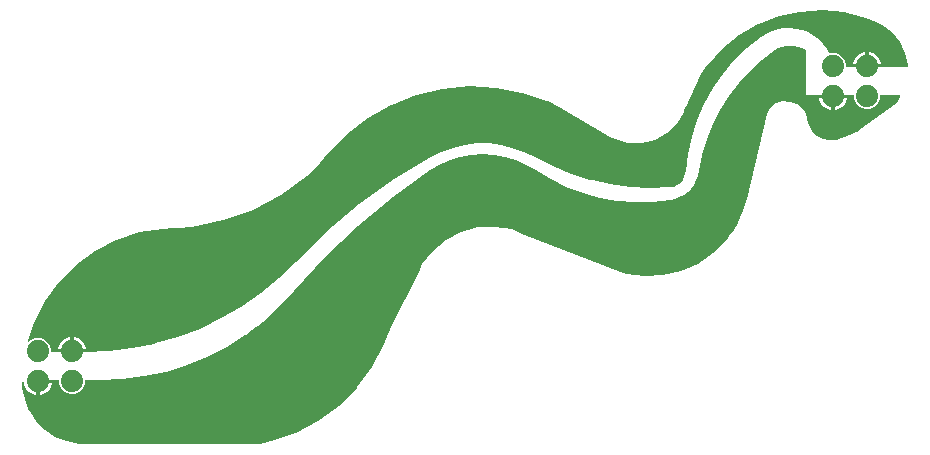
<source format=gbl>
G04 EAGLE Gerber X2 export*
G75*
%MOMM*%
%FSLAX34Y34*%
%LPD*%
%AMOC8*
5,1,8,0,0,1.08239X$1,22.5*%
G01*
%ADD10C,1.879600*%

G36*
X211395Y10161D02*
X211395Y10161D01*
X211397Y10161D01*
X211564Y10180D01*
X221249Y12411D01*
X221276Y12422D01*
X221331Y12434D01*
X241701Y19606D01*
X241729Y19622D01*
X241805Y19652D01*
X260878Y29780D01*
X260904Y29800D01*
X260974Y29840D01*
X278325Y42698D01*
X278348Y42721D01*
X278411Y42772D01*
X293651Y58072D01*
X293671Y58099D01*
X293725Y58158D01*
X306515Y75558D01*
X306530Y75588D01*
X306576Y75655D01*
X316630Y94767D01*
X316639Y94795D01*
X316665Y94845D01*
X320120Y103698D01*
X320127Y103730D01*
X320141Y103759D01*
X320170Y103925D01*
X320194Y104284D01*
X320789Y105490D01*
X320798Y105519D01*
X320825Y105577D01*
X321267Y106846D01*
X321628Y107252D01*
X321638Y107268D01*
X321652Y107280D01*
X321742Y107422D01*
X346706Y158007D01*
X346707Y158007D01*
X348961Y162575D01*
X357997Y173958D01*
X369230Y183179D01*
X382155Y189823D01*
X396191Y193592D01*
X410706Y194316D01*
X425047Y191962D01*
X431808Y189299D01*
X433829Y188503D01*
X433830Y188503D01*
X514701Y156652D01*
X514727Y156647D01*
X514773Y156628D01*
X522059Y154567D01*
X522091Y154563D01*
X522162Y154545D01*
X537457Y152429D01*
X537486Y152430D01*
X537597Y152423D01*
X553022Y153145D01*
X553050Y153151D01*
X553160Y153165D01*
X568191Y156701D01*
X568218Y156712D01*
X568324Y156745D01*
X582453Y162976D01*
X582477Y162992D01*
X582575Y163044D01*
X595323Y171758D01*
X595344Y171778D01*
X595431Y171848D01*
X606366Y182750D01*
X606383Y182773D01*
X606456Y182858D01*
X607806Y184820D01*
X608853Y186343D01*
X609901Y187865D01*
X610948Y189388D01*
X611996Y190910D01*
X612519Y191671D01*
X612520Y191672D01*
X613567Y193194D01*
X614614Y194716D01*
X614614Y194717D01*
X615208Y195579D01*
X615220Y195605D01*
X615276Y195701D01*
X621549Y209811D01*
X621558Y209842D01*
X621585Y209910D01*
X623722Y217337D01*
X623724Y217351D01*
X623731Y217371D01*
X640906Y289400D01*
X640908Y289428D01*
X640926Y289540D01*
X640973Y290538D01*
X641353Y291345D01*
X641358Y291361D01*
X641405Y291493D01*
X641612Y292360D01*
X642198Y293169D01*
X642211Y293194D01*
X642270Y293291D01*
X642696Y294195D01*
X643355Y294795D01*
X643366Y294808D01*
X643460Y294912D01*
X643983Y295634D01*
X644834Y296157D01*
X644855Y296176D01*
X644947Y296242D01*
X646935Y298050D01*
X653914Y300567D01*
X661325Y300229D01*
X668045Y297086D01*
X673055Y291615D01*
X673843Y289457D01*
X673849Y289444D01*
X673853Y289431D01*
X673932Y289283D01*
X674280Y288782D01*
X674552Y287533D01*
X674564Y287503D01*
X674581Y287433D01*
X675019Y286232D01*
X674993Y285623D01*
X674994Y285609D01*
X674992Y285595D01*
X675009Y285428D01*
X675062Y285184D01*
X675524Y283061D01*
X675532Y283042D01*
X675538Y283008D01*
X676313Y280376D01*
X676315Y280371D01*
X676376Y280224D01*
X679017Y275431D01*
X679033Y275410D01*
X679044Y275386D01*
X679150Y275255D01*
X683049Y271416D01*
X683071Y271401D01*
X683088Y271381D01*
X683226Y271286D01*
X688060Y268720D01*
X688085Y268711D01*
X688107Y268697D01*
X688267Y268646D01*
X693631Y267566D01*
X693658Y267565D01*
X693683Y267558D01*
X693851Y267554D01*
X699301Y268052D01*
X699306Y268053D01*
X699462Y268084D01*
X702076Y268916D01*
X702095Y268925D01*
X702128Y268935D01*
X702909Y269247D01*
X704145Y269742D01*
X704146Y269742D01*
X718885Y275638D01*
X718893Y275642D01*
X718901Y275644D01*
X719048Y275727D01*
X748637Y297031D01*
X748647Y297041D01*
X748659Y297047D01*
X748779Y297164D01*
X751594Y300566D01*
X751609Y300592D01*
X751671Y300679D01*
X753774Y304428D01*
X753805Y304513D01*
X753843Y304595D01*
X753847Y304628D01*
X753858Y304659D01*
X753861Y304750D01*
X753871Y304839D01*
X753864Y304872D01*
X753864Y304905D01*
X753838Y304991D01*
X753818Y305080D01*
X753801Y305108D01*
X753792Y305140D01*
X753739Y305213D01*
X753692Y305291D01*
X753667Y305312D01*
X753648Y305339D01*
X753574Y305392D01*
X753505Y305451D01*
X753475Y305463D01*
X753448Y305482D01*
X753361Y305509D01*
X753277Y305543D01*
X753235Y305547D01*
X753213Y305554D01*
X753181Y305553D01*
X753110Y305561D01*
X737362Y305561D01*
X737342Y305558D01*
X737323Y305560D01*
X737221Y305538D01*
X737119Y305522D01*
X737102Y305512D01*
X737082Y305508D01*
X736993Y305455D01*
X736902Y305406D01*
X736888Y305392D01*
X736871Y305382D01*
X736804Y305303D01*
X736732Y305228D01*
X736724Y305210D01*
X736711Y305195D01*
X736672Y305099D01*
X736629Y305005D01*
X736627Y304985D01*
X736619Y304967D01*
X736601Y304800D01*
X736601Y302627D01*
X734938Y298613D01*
X731865Y295540D01*
X727851Y293877D01*
X723505Y293877D01*
X719491Y295540D01*
X716418Y298613D01*
X714755Y302627D01*
X714755Y304800D01*
X714752Y304820D01*
X714754Y304839D01*
X714732Y304941D01*
X714716Y305043D01*
X714706Y305060D01*
X714702Y305080D01*
X714649Y305169D01*
X714600Y305260D01*
X714586Y305274D01*
X714576Y305291D01*
X714497Y305358D01*
X714422Y305430D01*
X714404Y305438D01*
X714389Y305451D01*
X714293Y305490D01*
X714199Y305533D01*
X714179Y305535D01*
X714161Y305543D01*
X713994Y305561D01*
X697484Y305561D01*
X697464Y305558D01*
X697445Y305560D01*
X697343Y305538D01*
X697241Y305522D01*
X697224Y305512D01*
X697204Y305508D01*
X697115Y305455D01*
X697024Y305406D01*
X697010Y305392D01*
X696993Y305382D01*
X696926Y305303D01*
X696855Y305228D01*
X696846Y305210D01*
X696833Y305195D01*
X696795Y305099D01*
X696751Y305005D01*
X696749Y304985D01*
X696741Y304967D01*
X696723Y304800D01*
X696723Y304799D01*
X696721Y304799D01*
X696721Y304800D01*
X696718Y304820D01*
X696720Y304839D01*
X696698Y304941D01*
X696681Y305043D01*
X696672Y305060D01*
X696668Y305080D01*
X696615Y305169D01*
X696566Y305260D01*
X696552Y305274D01*
X696542Y305291D01*
X696463Y305358D01*
X696388Y305430D01*
X696370Y305438D01*
X696355Y305451D01*
X696259Y305490D01*
X696165Y305533D01*
X696145Y305535D01*
X696127Y305543D01*
X695960Y305561D01*
X673861Y305561D01*
X673861Y342900D01*
X673851Y342965D01*
X673850Y343030D01*
X673831Y343085D01*
X673822Y343143D01*
X673791Y343201D01*
X673769Y343263D01*
X673734Y343309D01*
X673706Y343360D01*
X673659Y343405D01*
X673619Y343457D01*
X673552Y343507D01*
X673528Y343530D01*
X673510Y343538D01*
X673484Y343557D01*
X670572Y345260D01*
X670541Y345272D01*
X670468Y345311D01*
X667333Y346556D01*
X667300Y346563D01*
X667223Y346590D01*
X667115Y346615D01*
X663935Y347348D01*
X663903Y347351D01*
X663822Y347366D01*
X660458Y347621D01*
X660425Y347618D01*
X660343Y347621D01*
X656978Y347366D01*
X656946Y347358D01*
X656865Y347348D01*
X653577Y346590D01*
X653547Y346577D01*
X653467Y346556D01*
X650332Y345311D01*
X650303Y345294D01*
X650228Y345260D01*
X647316Y343557D01*
X647292Y343538D01*
X647239Y343506D01*
X636346Y335225D01*
X636329Y335207D01*
X636293Y335181D01*
X626194Y325949D01*
X626178Y325929D01*
X626145Y325900D01*
X616922Y315792D01*
X616908Y315772D01*
X616877Y315740D01*
X608606Y304839D01*
X608594Y304818D01*
X608567Y304783D01*
X601314Y293179D01*
X601305Y293156D01*
X601281Y293119D01*
X595107Y280907D01*
X595100Y280884D01*
X595079Y280845D01*
X590035Y268125D01*
X590030Y268101D01*
X590013Y268060D01*
X586140Y254936D01*
X586137Y254911D01*
X586124Y254869D01*
X583455Y241457D01*
X582531Y237356D01*
X581055Y233465D01*
X579048Y229821D01*
X576548Y226494D01*
X573606Y223552D01*
X570279Y221052D01*
X566635Y219045D01*
X562744Y217569D01*
X558676Y216652D01*
X543868Y215093D01*
X528970Y214908D01*
X514118Y216098D01*
X499440Y218655D01*
X485060Y222556D01*
X471102Y227767D01*
X457685Y234245D01*
X444893Y241952D01*
X444889Y241954D01*
X444885Y241957D01*
X436756Y246716D01*
X436728Y246726D01*
X436676Y246756D01*
X428045Y250527D01*
X428016Y250535D01*
X427961Y250558D01*
X418946Y253290D01*
X418917Y253294D01*
X418859Y253311D01*
X409587Y254965D01*
X409557Y254966D01*
X409498Y254976D01*
X400095Y255530D01*
X400065Y255527D01*
X400005Y255530D01*
X390602Y254976D01*
X390573Y254969D01*
X390513Y254965D01*
X381241Y253311D01*
X381213Y253301D01*
X381154Y253290D01*
X372139Y250558D01*
X372112Y250545D01*
X372055Y250527D01*
X363424Y246756D01*
X363399Y246740D01*
X363344Y246716D01*
X355215Y241957D01*
X355196Y241941D01*
X355156Y241918D01*
X324014Y219544D01*
X324000Y219530D01*
X323972Y219512D01*
X294449Y195041D01*
X294436Y195026D01*
X294410Y195006D01*
X266646Y168555D01*
X266634Y168539D01*
X266609Y168518D01*
X240742Y140218D01*
X227990Y126508D01*
X214126Y113973D01*
X212545Y112775D01*
X209532Y110491D01*
X207524Y108968D01*
X207523Y108968D01*
X204511Y106685D01*
X202502Y105162D01*
X199489Y102878D01*
X199231Y102682D01*
X183415Y92720D01*
X166799Y84161D01*
X149506Y77069D01*
X131664Y71498D01*
X113408Y67488D01*
X94874Y65070D01*
X76184Y64261D01*
X64262Y64261D01*
X64242Y64258D01*
X64223Y64260D01*
X64121Y64238D01*
X64019Y64222D01*
X64002Y64212D01*
X63982Y64208D01*
X63893Y64155D01*
X63802Y64106D01*
X63788Y64092D01*
X63771Y64082D01*
X63704Y64003D01*
X63632Y63928D01*
X63624Y63910D01*
X63611Y63895D01*
X63572Y63799D01*
X63529Y63705D01*
X63527Y63685D01*
X63519Y63667D01*
X63501Y63500D01*
X63501Y61327D01*
X61838Y57313D01*
X58765Y54240D01*
X54751Y52577D01*
X50405Y52577D01*
X46391Y54240D01*
X43318Y57313D01*
X41655Y61327D01*
X41655Y63500D01*
X41652Y63520D01*
X41654Y63539D01*
X41632Y63641D01*
X41616Y63743D01*
X41606Y63760D01*
X41602Y63780D01*
X41549Y63869D01*
X41500Y63960D01*
X41486Y63974D01*
X41476Y63991D01*
X41397Y64058D01*
X41322Y64130D01*
X41304Y64138D01*
X41289Y64151D01*
X41193Y64190D01*
X41099Y64233D01*
X41079Y64235D01*
X41061Y64243D01*
X40894Y64261D01*
X24384Y64261D01*
X24364Y64258D01*
X24345Y64260D01*
X24243Y64238D01*
X24141Y64222D01*
X24124Y64212D01*
X24104Y64208D01*
X24015Y64155D01*
X23924Y64106D01*
X23910Y64092D01*
X23893Y64082D01*
X23826Y64003D01*
X23755Y63928D01*
X23746Y63910D01*
X23733Y63895D01*
X23695Y63799D01*
X23651Y63705D01*
X23649Y63685D01*
X23641Y63667D01*
X23623Y63500D01*
X23623Y63499D01*
X22860Y63499D01*
X22840Y63496D01*
X22821Y63498D01*
X22719Y63476D01*
X22617Y63459D01*
X22600Y63450D01*
X22580Y63446D01*
X22491Y63393D01*
X22400Y63344D01*
X22386Y63330D01*
X22369Y63320D01*
X22302Y63241D01*
X22231Y63166D01*
X22222Y63148D01*
X22209Y63133D01*
X22170Y63037D01*
X22127Y62943D01*
X22125Y62923D01*
X22117Y62905D01*
X22099Y62738D01*
X22099Y51654D01*
X20826Y51855D01*
X19039Y52436D01*
X17365Y53289D01*
X15844Y54394D01*
X14516Y55722D01*
X13411Y57243D01*
X12558Y58917D01*
X11977Y60704D01*
X11738Y62216D01*
X11712Y62294D01*
X11695Y62374D01*
X11674Y62410D01*
X11661Y62449D01*
X11611Y62515D01*
X11569Y62586D01*
X11538Y62613D01*
X11513Y62646D01*
X11445Y62693D01*
X11383Y62746D01*
X11344Y62762D01*
X11310Y62785D01*
X11231Y62808D01*
X11155Y62839D01*
X11113Y62841D01*
X11074Y62853D01*
X10992Y62849D01*
X10909Y62854D01*
X10869Y62843D01*
X10828Y62841D01*
X10751Y62811D01*
X10672Y62790D01*
X10637Y62767D01*
X10599Y62752D01*
X10536Y62699D01*
X10467Y62654D01*
X10442Y62621D01*
X10410Y62594D01*
X10367Y62524D01*
X10317Y62459D01*
X10303Y62420D01*
X10281Y62385D01*
X10263Y62305D01*
X10236Y62227D01*
X10233Y62173D01*
X10226Y62145D01*
X10228Y62102D01*
X10226Y62059D01*
X10414Y58219D01*
X10421Y58187D01*
X10428Y58108D01*
X12435Y48018D01*
X12443Y47996D01*
X12478Y47875D01*
X16415Y38371D01*
X16428Y38350D01*
X16486Y38239D01*
X22201Y29685D01*
X22218Y29668D01*
X22296Y29570D01*
X29570Y22296D01*
X29589Y22282D01*
X29685Y22201D01*
X38239Y16486D01*
X38261Y16476D01*
X38371Y16415D01*
X47875Y12478D01*
X47898Y12473D01*
X48018Y12435D01*
X58108Y10428D01*
X58141Y10427D01*
X58219Y10414D01*
X63363Y10162D01*
X63377Y10163D01*
X63400Y10161D01*
X211393Y10161D01*
X211395Y10161D01*
G37*
G36*
X51836Y88142D02*
X51836Y88142D01*
X51855Y88140D01*
X51957Y88162D01*
X52059Y88179D01*
X52076Y88188D01*
X52096Y88192D01*
X52185Y88245D01*
X52276Y88294D01*
X52290Y88308D01*
X52307Y88318D01*
X52374Y88397D01*
X52445Y88472D01*
X52454Y88490D01*
X52467Y88505D01*
X52505Y88601D01*
X52549Y88695D01*
X52551Y88715D01*
X52559Y88733D01*
X52577Y88900D01*
X52577Y88901D01*
X52579Y88901D01*
X52579Y88900D01*
X52582Y88880D01*
X52580Y88861D01*
X52602Y88759D01*
X52619Y88657D01*
X52628Y88640D01*
X52632Y88620D01*
X52685Y88531D01*
X52734Y88440D01*
X52748Y88426D01*
X52758Y88409D01*
X52837Y88342D01*
X52912Y88271D01*
X52930Y88262D01*
X52945Y88249D01*
X53041Y88210D01*
X53135Y88167D01*
X53155Y88165D01*
X53173Y88157D01*
X53340Y88139D01*
X63500Y88139D01*
X63512Y88141D01*
X63531Y88139D01*
X83392Y88944D01*
X83414Y88949D01*
X83453Y88949D01*
X103184Y91357D01*
X103206Y91364D01*
X103245Y91367D01*
X122717Y95364D01*
X122738Y95372D01*
X122777Y95379D01*
X141861Y100938D01*
X141881Y100947D01*
X141919Y100957D01*
X160492Y108041D01*
X160511Y108053D01*
X160548Y108066D01*
X178487Y116629D01*
X178505Y116642D01*
X178541Y116658D01*
X195728Y126644D01*
X195745Y126658D01*
X195780Y126677D01*
X212103Y138021D01*
X212119Y138036D01*
X212152Y138058D01*
X227504Y150685D01*
X227518Y150702D01*
X227550Y150726D01*
X241830Y164553D01*
X241830Y164554D01*
X241831Y164555D01*
X267824Y189891D01*
X295606Y213207D01*
X325043Y234394D01*
X355967Y253332D01*
X365162Y257835D01*
X374803Y261262D01*
X384770Y263571D01*
X394934Y264734D01*
X405166Y264734D01*
X415330Y263571D01*
X425297Y261262D01*
X434938Y257835D01*
X444161Y253319D01*
X459277Y245633D01*
X459300Y245626D01*
X459336Y245606D01*
X475049Y239212D01*
X475072Y239207D01*
X475109Y239191D01*
X491303Y234136D01*
X491326Y234132D01*
X491365Y234119D01*
X493900Y233556D01*
X497325Y232795D01*
X500751Y232033D01*
X504177Y231272D01*
X507602Y230511D01*
X507926Y230439D01*
X507949Y230438D01*
X507989Y230428D01*
X524799Y228148D01*
X524823Y228149D01*
X524863Y228143D01*
X541806Y227280D01*
X541829Y227282D01*
X541870Y227279D01*
X558825Y227839D01*
X558856Y227845D01*
X558924Y227849D01*
X561334Y228247D01*
X561363Y228257D01*
X561465Y228281D01*
X563766Y229099D01*
X563793Y229113D01*
X563889Y229155D01*
X566010Y230366D01*
X566034Y230386D01*
X566121Y230443D01*
X567994Y232011D01*
X568014Y232034D01*
X568089Y232106D01*
X569657Y233979D01*
X569672Y234006D01*
X569734Y234090D01*
X570945Y236211D01*
X570956Y236240D01*
X571001Y236334D01*
X571819Y238635D01*
X571822Y238652D01*
X571826Y238661D01*
X571828Y238679D01*
X571853Y238766D01*
X572251Y241176D01*
X572251Y241188D01*
X572256Y241207D01*
X574089Y256042D01*
X577329Y270597D01*
X581949Y284775D01*
X587908Y298445D01*
X595149Y311479D01*
X603608Y323760D01*
X613204Y335173D01*
X623851Y345614D01*
X635444Y354980D01*
X639959Y357837D01*
X644810Y360056D01*
X649916Y361604D01*
X655184Y362450D01*
X660517Y362579D01*
X665819Y361990D01*
X670994Y360693D01*
X675948Y358712D01*
X680590Y356082D01*
X684836Y352852D01*
X688608Y349080D01*
X691839Y344834D01*
X693726Y341505D01*
X693787Y341429D01*
X693843Y341349D01*
X693864Y341334D01*
X693880Y341313D01*
X693962Y341261D01*
X694040Y341203D01*
X694065Y341195D01*
X694088Y341181D01*
X694182Y341157D01*
X694230Y341142D01*
X694231Y341141D01*
X694274Y341127D01*
X694301Y341128D01*
X694326Y341121D01*
X694375Y341125D01*
X694398Y341123D01*
X698895Y341123D01*
X702909Y339460D01*
X705982Y336387D01*
X707645Y332373D01*
X707645Y330200D01*
X707647Y330187D01*
X707646Y330177D01*
X707647Y330171D01*
X707646Y330161D01*
X707668Y330059D01*
X707684Y329957D01*
X707694Y329940D01*
X707698Y329920D01*
X707751Y329831D01*
X707800Y329740D01*
X707814Y329726D01*
X707824Y329709D01*
X707903Y329642D01*
X707978Y329571D01*
X707996Y329562D01*
X708011Y329549D01*
X708107Y329510D01*
X708201Y329467D01*
X708221Y329465D01*
X708239Y329457D01*
X708406Y329439D01*
X724916Y329439D01*
X724936Y329442D01*
X724955Y329440D01*
X725057Y329462D01*
X725159Y329479D01*
X725176Y329488D01*
X725196Y329492D01*
X725285Y329545D01*
X725376Y329594D01*
X725390Y329608D01*
X725407Y329618D01*
X725474Y329697D01*
X725545Y329772D01*
X725554Y329790D01*
X725567Y329805D01*
X725605Y329901D01*
X725649Y329995D01*
X725651Y330015D01*
X725659Y330033D01*
X725677Y330200D01*
X725677Y330201D01*
X725679Y330201D01*
X725679Y330200D01*
X725681Y330187D01*
X725680Y330177D01*
X725681Y330171D01*
X725680Y330161D01*
X725702Y330059D01*
X725719Y329957D01*
X725728Y329940D01*
X725732Y329920D01*
X725785Y329831D01*
X725834Y329740D01*
X725848Y329726D01*
X725858Y329709D01*
X725937Y329642D01*
X726012Y329571D01*
X726030Y329562D01*
X726045Y329549D01*
X726141Y329510D01*
X726235Y329467D01*
X726255Y329465D01*
X726273Y329457D01*
X726440Y329439D01*
X759238Y329439D01*
X759246Y329440D01*
X759254Y329439D01*
X759367Y329460D01*
X759481Y329479D01*
X759488Y329482D01*
X759496Y329484D01*
X759597Y329540D01*
X759698Y329594D01*
X759704Y329599D01*
X759711Y329603D01*
X759789Y329689D01*
X759868Y329772D01*
X759871Y329779D01*
X759876Y329785D01*
X759923Y329890D01*
X759971Y329995D01*
X759972Y330003D01*
X759975Y330010D01*
X759999Y330176D01*
X760015Y330682D01*
X760014Y330689D01*
X760015Y330697D01*
X759999Y330864D01*
X757831Y341097D01*
X757829Y341103D01*
X757828Y341111D01*
X757773Y341269D01*
X753235Y350693D01*
X753231Y350700D01*
X753229Y350706D01*
X753137Y350847D01*
X746489Y358923D01*
X746484Y358928D01*
X746480Y358934D01*
X746358Y359049D01*
X737981Y365313D01*
X737954Y365327D01*
X737864Y365385D01*
X733177Y367720D01*
X733161Y367725D01*
X733138Y367738D01*
X733113Y367749D01*
X733111Y367749D01*
X733109Y367750D01*
X733085Y367760D01*
X733075Y367763D01*
X733061Y367770D01*
X724420Y371101D01*
X724391Y371107D01*
X724336Y371127D01*
X706406Y375735D01*
X706373Y375738D01*
X706290Y375755D01*
X687863Y377537D01*
X687830Y377535D01*
X687745Y377539D01*
X669265Y376452D01*
X669233Y376445D01*
X669148Y376436D01*
X651057Y372507D01*
X651027Y372495D01*
X650944Y372473D01*
X633678Y365795D01*
X633650Y365778D01*
X633572Y365744D01*
X617545Y356479D01*
X617520Y356458D01*
X617448Y356412D01*
X603045Y344781D01*
X603023Y344757D01*
X602959Y344700D01*
X590527Y330984D01*
X590511Y330959D01*
X590471Y330915D01*
X585409Y323824D01*
X585397Y323799D01*
X585391Y323793D01*
X585384Y323778D01*
X585343Y323713D01*
X571891Y295924D01*
X571881Y295893D01*
X571846Y295810D01*
X570450Y291128D01*
X564434Y281287D01*
X556100Y273314D01*
X546002Y267740D01*
X534814Y264936D01*
X523281Y265090D01*
X512171Y268191D01*
X508339Y270441D01*
X465162Y295799D01*
X465138Y295808D01*
X465096Y295834D01*
X455058Y300463D01*
X455032Y300470D01*
X454984Y300493D01*
X433636Y307743D01*
X433604Y307749D01*
X433533Y307770D01*
X411384Y311979D01*
X411351Y311980D01*
X411278Y311992D01*
X388759Y313077D01*
X388726Y313074D01*
X388652Y313075D01*
X366201Y311016D01*
X366169Y311008D01*
X366096Y310999D01*
X344149Y305835D01*
X344119Y305822D01*
X344115Y305821D01*
X344086Y305817D01*
X344074Y305810D01*
X344048Y305803D01*
X323033Y297635D01*
X323006Y297619D01*
X322937Y297590D01*
X303264Y286577D01*
X303239Y286557D01*
X303175Y286519D01*
X285227Y272875D01*
X285213Y272860D01*
X285196Y272850D01*
X285180Y272832D01*
X285147Y272805D01*
X269271Y256796D01*
X269255Y256773D01*
X269218Y256736D01*
X262847Y248800D01*
X262838Y248785D01*
X262826Y248773D01*
X262743Y248628D01*
X262508Y248089D01*
X261691Y247302D01*
X261672Y247275D01*
X261610Y247209D01*
X260931Y246300D01*
X260282Y245914D01*
X260279Y245912D01*
X260275Y245910D01*
X260142Y245808D01*
X251339Y237317D01*
X229489Y221465D01*
X205647Y208807D01*
X180275Y199591D01*
X153867Y193996D01*
X142184Y193187D01*
X142145Y193178D01*
X142106Y193177D01*
X141945Y193131D01*
X141728Y193041D01*
X140081Y193040D01*
X140062Y193036D01*
X140029Y193038D01*
X138386Y192924D01*
X138350Y192936D01*
X138296Y192945D01*
X138245Y192963D01*
X138137Y192971D01*
X138107Y192975D01*
X138096Y192974D01*
X138078Y192975D01*
X129570Y192635D01*
X129541Y192629D01*
X129481Y192626D01*
X109517Y189452D01*
X109486Y189441D01*
X109401Y189424D01*
X90180Y183167D01*
X90150Y183152D01*
X90070Y183121D01*
X72063Y173935D01*
X72036Y173916D01*
X71961Y173873D01*
X55612Y161984D01*
X55589Y161961D01*
X55522Y161907D01*
X41233Y147608D01*
X41214Y147581D01*
X41156Y147517D01*
X29279Y131160D01*
X29264Y131130D01*
X29216Y131058D01*
X20043Y113045D01*
X20033Y113013D01*
X19998Y112934D01*
X15104Y97865D01*
X15094Y97798D01*
X15074Y97733D01*
X15076Y97677D01*
X15067Y97622D01*
X15079Y97555D01*
X15080Y97487D01*
X15100Y97435D01*
X15109Y97380D01*
X15142Y97320D01*
X15165Y97256D01*
X15200Y97213D01*
X15227Y97163D01*
X15276Y97117D01*
X15319Y97064D01*
X15366Y97034D01*
X15407Y96996D01*
X15469Y96968D01*
X15526Y96931D01*
X15580Y96918D01*
X15631Y96895D01*
X15698Y96888D01*
X15764Y96871D01*
X15820Y96876D01*
X15876Y96870D01*
X15942Y96885D01*
X16009Y96891D01*
X16061Y96912D01*
X16116Y96925D01*
X16173Y96960D01*
X16236Y96987D01*
X16297Y97036D01*
X16325Y97053D01*
X16339Y97069D01*
X16367Y97092D01*
X17435Y98160D01*
X21449Y99823D01*
X25795Y99823D01*
X29809Y98160D01*
X32882Y95087D01*
X34545Y91073D01*
X34545Y88900D01*
X34548Y88880D01*
X34546Y88861D01*
X34568Y88759D01*
X34584Y88657D01*
X34594Y88640D01*
X34598Y88620D01*
X34651Y88531D01*
X34700Y88440D01*
X34714Y88426D01*
X34724Y88409D01*
X34803Y88342D01*
X34878Y88271D01*
X34896Y88262D01*
X34911Y88249D01*
X35007Y88210D01*
X35101Y88167D01*
X35121Y88165D01*
X35139Y88157D01*
X35306Y88139D01*
X51816Y88139D01*
X51836Y88142D01*
G37*
%LPC*%
G36*
X727201Y331723D02*
X727201Y331723D01*
X727201Y342046D01*
X728474Y341845D01*
X730261Y341264D01*
X731935Y340411D01*
X733456Y339306D01*
X734784Y337978D01*
X735889Y336457D01*
X736742Y334783D01*
X737323Y332996D01*
X737524Y331723D01*
X727201Y331723D01*
G37*
%LPD*%
%LPC*%
G36*
X54101Y90423D02*
X54101Y90423D01*
X54101Y100746D01*
X55374Y100545D01*
X57161Y99964D01*
X58835Y99111D01*
X60356Y98006D01*
X61684Y96678D01*
X62789Y95157D01*
X63642Y93483D01*
X64223Y91696D01*
X64424Y90423D01*
X54101Y90423D01*
G37*
%LPD*%
%LPC*%
G36*
X713832Y331723D02*
X713832Y331723D01*
X714033Y332996D01*
X714614Y334783D01*
X715467Y336457D01*
X716572Y337978D01*
X717900Y339306D01*
X719421Y340411D01*
X721095Y341264D01*
X722882Y341845D01*
X724155Y342046D01*
X724155Y331723D01*
X713832Y331723D01*
G37*
%LPD*%
%LPC*%
G36*
X698245Y303277D02*
X698245Y303277D01*
X708568Y303277D01*
X708367Y302004D01*
X707786Y300217D01*
X706933Y298543D01*
X705828Y297022D01*
X704500Y295694D01*
X702979Y294589D01*
X701305Y293736D01*
X699518Y293155D01*
X698245Y292954D01*
X698245Y303277D01*
G37*
%LPD*%
%LPC*%
G36*
X40732Y90423D02*
X40732Y90423D01*
X40933Y91696D01*
X41514Y93483D01*
X42367Y95157D01*
X43472Y96678D01*
X44800Y98006D01*
X46321Y99111D01*
X47995Y99964D01*
X49782Y100545D01*
X51055Y100746D01*
X51055Y90423D01*
X40732Y90423D01*
G37*
%LPD*%
%LPC*%
G36*
X25145Y61977D02*
X25145Y61977D01*
X35468Y61977D01*
X35267Y60704D01*
X34686Y58917D01*
X33833Y57243D01*
X32728Y55722D01*
X31400Y54394D01*
X29879Y53289D01*
X28205Y52436D01*
X26418Y51855D01*
X25145Y51654D01*
X25145Y61977D01*
G37*
%LPD*%
%LPC*%
G36*
X693926Y293155D02*
X693926Y293155D01*
X692139Y293736D01*
X690465Y294589D01*
X688944Y295694D01*
X687616Y297022D01*
X686511Y298543D01*
X685658Y300217D01*
X685077Y302004D01*
X684876Y303277D01*
X695199Y303277D01*
X695199Y292954D01*
X693926Y293155D01*
G37*
%LPD*%
D10*
X696722Y330200D03*
X725678Y330200D03*
X696722Y304800D03*
X725678Y304800D03*
X23622Y88900D03*
X52578Y88900D03*
X23622Y63500D03*
X52578Y63500D03*
M02*

</source>
